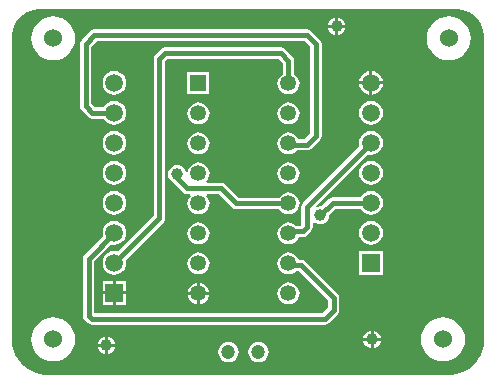
<source format=gbl>
G04*
G04 #@! TF.GenerationSoftware,Altium Limited,Altium Designer,20.1.8 (145)*
G04*
G04 Layer_Physical_Order=2*
G04 Layer_Color=16711680*
%FSLAX44Y44*%
%MOMM*%
G71*
G04*
G04 #@! TF.SameCoordinates,568C9F0A-B5E7-4BA1-9C17-04FCD828D7CB*
G04*
G04*
G04 #@! TF.FilePolarity,Positive*
G04*
G01*
G75*
%ADD20C,0.4572*%
%ADD22C,1.5240*%
%ADD23R,1.3500X1.3500*%
%ADD24C,1.3500*%
%ADD25C,1.5000*%
%ADD26R,1.5000X1.5000*%
%ADD27C,1.2000*%
%ADD28C,1.0000*%
G36*
X982292Y789039D02*
X986842Y787155D01*
X990937Y784419D01*
X994419Y780937D01*
X997155Y776842D01*
X999039Y772292D01*
X1000000Y767462D01*
X1000000Y765000D01*
X1000000Y765000D01*
X1000000Y765000D01*
X1000000Y510000D01*
X1000000Y508034D01*
X999487Y504135D01*
X998469Y500336D01*
X996964Y496703D01*
X994998Y493297D01*
X992604Y490177D01*
X989823Y487396D01*
X986703Y485002D01*
X983297Y483036D01*
X979664Y481531D01*
X975865Y480513D01*
X971966Y480000D01*
X970000Y480000D01*
X630000Y480000D01*
X628034D01*
X624135Y480513D01*
X620336Y481531D01*
X616703Y483036D01*
X613297Y485003D01*
X610177Y487397D01*
X607397Y490177D01*
X605003Y493297D01*
X603036Y496703D01*
X601531Y500336D01*
X600513Y504135D01*
X600000Y508034D01*
Y510000D01*
X600000Y765000D01*
Y767462D01*
X600961Y772292D01*
X602845Y776842D01*
X605581Y780937D01*
X609063Y784419D01*
X613158Y787155D01*
X617708Y789039D01*
X622538Y790000D01*
X625000Y790000D01*
X625000Y790000D01*
X975000Y790000D01*
X977462Y790000D01*
X982292Y789039D01*
D02*
G37*
%LPC*%
G36*
X876270Y782438D02*
Y776270D01*
X882438D01*
X882346Y776968D01*
X881586Y778802D01*
X880378Y780378D01*
X878802Y781586D01*
X876968Y782346D01*
X876270Y782438D01*
D02*
G37*
G36*
X873730D02*
X873032Y782346D01*
X871198Y781586D01*
X869622Y780378D01*
X868414Y778802D01*
X867654Y776968D01*
X867562Y776270D01*
X873730D01*
Y782438D01*
D02*
G37*
G36*
X882438Y773730D02*
X876270D01*
Y767562D01*
X876968Y767654D01*
X878802Y768414D01*
X880378Y769622D01*
X881586Y771198D01*
X882346Y773032D01*
X882438Y773730D01*
D02*
G37*
G36*
X873730D02*
X867562D01*
X867654Y773032D01*
X868414Y771198D01*
X869622Y769622D01*
X871198Y768414D01*
X873032Y767654D01*
X873730Y767562D01*
Y773730D01*
D02*
G37*
G36*
X970000Y783630D02*
X966366Y783272D01*
X962871Y782212D01*
X959650Y780490D01*
X956827Y778173D01*
X954510Y775350D01*
X952788Y772129D01*
X951728Y768634D01*
X951370Y765000D01*
X951728Y761366D01*
X952788Y757871D01*
X954510Y754650D01*
X956827Y751827D01*
X959650Y749510D01*
X962871Y747788D01*
X966366Y746728D01*
X970000Y746370D01*
X973634Y746728D01*
X977129Y747788D01*
X980350Y749510D01*
X983173Y751827D01*
X985490Y754650D01*
X987212Y757871D01*
X988272Y761366D01*
X988630Y765000D01*
X988272Y768634D01*
X987212Y772129D01*
X985490Y775350D01*
X983173Y778173D01*
X980350Y780490D01*
X977129Y782212D01*
X973634Y783272D01*
X970000Y783630D01*
D02*
G37*
G36*
X635000D02*
X631366Y783272D01*
X627871Y782212D01*
X624650Y780490D01*
X621827Y778173D01*
X619510Y775350D01*
X617788Y772129D01*
X616728Y768634D01*
X616370Y765000D01*
X616728Y761366D01*
X617788Y757871D01*
X619510Y754650D01*
X621827Y751827D01*
X624650Y749510D01*
X627871Y747788D01*
X631366Y746728D01*
X635000Y746370D01*
X638634Y746728D01*
X642129Y747788D01*
X645350Y749510D01*
X648173Y751827D01*
X650490Y754650D01*
X652212Y757871D01*
X653272Y761366D01*
X653630Y765000D01*
X653272Y768634D01*
X652212Y772129D01*
X650490Y775350D01*
X648173Y778173D01*
X645350Y780490D01*
X642129Y782212D01*
X638634Y783272D01*
X635000Y783630D01*
D02*
G37*
G36*
X905350Y737134D02*
Y728445D01*
X914039D01*
X913862Y729796D01*
X912850Y732238D01*
X911241Y734336D01*
X909143Y735945D01*
X906701Y736957D01*
X905350Y737134D01*
D02*
G37*
G36*
X902810D02*
X901459Y736957D01*
X899017Y735945D01*
X896919Y734336D01*
X895310Y732238D01*
X894298Y729796D01*
X894121Y728445D01*
X902810D01*
Y737134D01*
D02*
G37*
G36*
X767320Y736050D02*
X748740D01*
Y717470D01*
X767320D01*
Y736050D01*
D02*
G37*
G36*
X827500Y757421D02*
X730000D01*
X728117Y757046D01*
X726521Y755979D01*
X721521Y750979D01*
X720454Y749383D01*
X720079Y747500D01*
Y614903D01*
X689674Y584497D01*
X689531Y584557D01*
X686910Y584902D01*
X684289Y584557D01*
X681847Y583545D01*
X679749Y581936D01*
X678140Y579838D01*
X677128Y577396D01*
X676783Y574775D01*
X677128Y572154D01*
X678140Y569712D01*
X679749Y567614D01*
X681847Y566005D01*
X684289Y564994D01*
X686910Y564648D01*
X689531Y564994D01*
X691973Y566005D01*
X694071Y567614D01*
X695680Y569712D01*
X696692Y572154D01*
X697037Y574775D01*
X696692Y577396D01*
X696632Y577539D01*
X728479Y609386D01*
X729546Y610982D01*
X729921Y612865D01*
Y745462D01*
X732038Y747579D01*
X825462D01*
X829309Y743732D01*
Y734694D01*
X827604Y733386D01*
X826115Y731445D01*
X825179Y729185D01*
X824860Y726760D01*
X825179Y724335D01*
X826115Y722075D01*
X827604Y720134D01*
X829545Y718645D01*
X831805Y717709D01*
X834230Y717390D01*
X836655Y717709D01*
X838915Y718645D01*
X840856Y720134D01*
X842345Y722075D01*
X843281Y724335D01*
X843600Y726760D01*
X843281Y729185D01*
X842345Y731445D01*
X840856Y733386D01*
X839150Y734694D01*
Y745770D01*
X838776Y747653D01*
X837709Y749249D01*
X830979Y755979D01*
X829383Y757046D01*
X827500Y757421D01*
D02*
G37*
G36*
X914039Y725905D02*
X905350D01*
Y717216D01*
X906701Y717393D01*
X909143Y718405D01*
X911241Y720014D01*
X912850Y722112D01*
X913862Y724554D01*
X914039Y725905D01*
D02*
G37*
G36*
X902810D02*
X894121D01*
X894298Y724554D01*
X895310Y722112D01*
X896919Y720014D01*
X899017Y718405D01*
X901459Y717393D01*
X902810Y717216D01*
Y725905D01*
D02*
G37*
G36*
X686910Y737302D02*
X684289Y736957D01*
X681847Y735945D01*
X679749Y734336D01*
X678140Y732238D01*
X677128Y729796D01*
X676783Y727175D01*
X677128Y724554D01*
X678140Y722112D01*
X679749Y720014D01*
X681847Y718405D01*
X684289Y717393D01*
X686910Y717048D01*
X689531Y717393D01*
X691973Y718405D01*
X694071Y720014D01*
X695680Y722112D01*
X696692Y724554D01*
X697037Y727175D01*
X696692Y729796D01*
X695680Y732238D01*
X694071Y734336D01*
X691973Y735945D01*
X689531Y736957D01*
X686910Y737302D01*
D02*
G37*
G36*
X834230Y710730D02*
X831805Y710411D01*
X829545Y709475D01*
X827604Y707986D01*
X826115Y706045D01*
X825179Y703785D01*
X824860Y701360D01*
X825179Y698935D01*
X826115Y696675D01*
X827604Y694734D01*
X829545Y693245D01*
X831805Y692309D01*
X834230Y691990D01*
X836655Y692309D01*
X838915Y693245D01*
X840856Y694734D01*
X842345Y696675D01*
X843281Y698935D01*
X843600Y701360D01*
X843281Y703785D01*
X842345Y706045D01*
X840856Y707986D01*
X838915Y709475D01*
X836655Y710411D01*
X834230Y710730D01*
D02*
G37*
G36*
X758030D02*
X755605Y710411D01*
X753345Y709475D01*
X751404Y707986D01*
X749915Y706045D01*
X748979Y703785D01*
X748660Y701360D01*
X748979Y698935D01*
X749915Y696675D01*
X751404Y694734D01*
X753345Y693245D01*
X755605Y692309D01*
X758030Y691990D01*
X760455Y692309D01*
X762715Y693245D01*
X764656Y694734D01*
X766145Y696675D01*
X767081Y698935D01*
X767400Y701360D01*
X767081Y703785D01*
X766145Y706045D01*
X764656Y707986D01*
X762715Y709475D01*
X760455Y710411D01*
X758030Y710730D01*
D02*
G37*
G36*
X904080Y711902D02*
X901459Y711557D01*
X899017Y710545D01*
X896919Y708936D01*
X895310Y706838D01*
X894298Y704396D01*
X893953Y701775D01*
X894298Y699154D01*
X895310Y696712D01*
X896919Y694614D01*
X899017Y693005D01*
X901459Y691993D01*
X904080Y691648D01*
X906701Y691993D01*
X909143Y693005D01*
X911241Y694614D01*
X912850Y696712D01*
X913862Y699154D01*
X914207Y701775D01*
X913862Y704396D01*
X912850Y706838D01*
X911241Y708936D01*
X909143Y710545D01*
X906701Y711557D01*
X904080Y711902D01*
D02*
G37*
G36*
X850000Y772421D02*
X670000D01*
X668117Y772046D01*
X666521Y770979D01*
X659021Y763479D01*
X657954Y761883D01*
X657579Y760000D01*
Y707500D01*
X657954Y705617D01*
X659021Y704021D01*
X664746Y698296D01*
X666342Y697229D01*
X668225Y696854D01*
X678081D01*
X678140Y696712D01*
X679749Y694614D01*
X681847Y693005D01*
X684289Y691993D01*
X686910Y691648D01*
X689531Y691993D01*
X691973Y693005D01*
X694071Y694614D01*
X695680Y696712D01*
X696692Y699154D01*
X697037Y701775D01*
X696692Y704396D01*
X695680Y706838D01*
X694071Y708936D01*
X691973Y710545D01*
X689531Y711557D01*
X686910Y711902D01*
X684289Y711557D01*
X681847Y710545D01*
X679749Y708936D01*
X678140Y706838D01*
X678081Y706696D01*
X670263D01*
X667421Y709538D01*
Y757962D01*
X672038Y762579D01*
X847962D01*
X852579Y757962D01*
Y684538D01*
X847962Y679921D01*
X842645D01*
X842345Y680645D01*
X840856Y682586D01*
X838915Y684075D01*
X836655Y685011D01*
X834230Y685330D01*
X831805Y685011D01*
X829545Y684075D01*
X827604Y682586D01*
X826115Y680645D01*
X825179Y678385D01*
X824860Y675960D01*
X825179Y673535D01*
X826115Y671275D01*
X827604Y669334D01*
X829545Y667845D01*
X831805Y666909D01*
X834230Y666590D01*
X836655Y666909D01*
X838915Y667845D01*
X840856Y669334D01*
X841428Y670079D01*
X850000D01*
X851883Y670454D01*
X853479Y671521D01*
X860979Y679021D01*
X862046Y680617D01*
X862421Y682500D01*
Y760000D01*
X862046Y761883D01*
X860979Y763479D01*
X853479Y770979D01*
X851883Y772046D01*
X850000Y772421D01*
D02*
G37*
G36*
X758030Y685330D02*
X755605Y685011D01*
X753345Y684075D01*
X751404Y682586D01*
X749915Y680645D01*
X748979Y678385D01*
X748660Y675960D01*
X748979Y673535D01*
X749915Y671275D01*
X751404Y669334D01*
X753345Y667845D01*
X755605Y666909D01*
X758030Y666590D01*
X760455Y666909D01*
X762715Y667845D01*
X764656Y669334D01*
X766145Y671275D01*
X767081Y673535D01*
X767400Y675960D01*
X767081Y678385D01*
X766145Y680645D01*
X764656Y682586D01*
X762715Y684075D01*
X760455Y685011D01*
X758030Y685330D01*
D02*
G37*
G36*
X904080Y686502D02*
X901459Y686157D01*
X899017Y685145D01*
X896919Y683536D01*
X895310Y681438D01*
X894298Y678996D01*
X893953Y676375D01*
X894298Y673754D01*
X894358Y673611D01*
X846521Y625774D01*
X845454Y624178D01*
X845079Y622295D01*
Y607038D01*
X844430Y606389D01*
X840852D01*
X838915Y607875D01*
X836655Y608811D01*
X834230Y609130D01*
X831805Y608811D01*
X829545Y607875D01*
X827604Y606386D01*
X826115Y604445D01*
X825179Y602185D01*
X824860Y599760D01*
X825179Y597335D01*
X826115Y595075D01*
X827604Y593134D01*
X829545Y591645D01*
X831805Y590709D01*
X834230Y590390D01*
X836655Y590709D01*
X838915Y591645D01*
X840856Y593134D01*
X842345Y595075D01*
X842955Y596548D01*
X846468D01*
X848351Y596922D01*
X849948Y597989D01*
X853479Y601521D01*
X854546Y603117D01*
X854921Y605000D01*
Y608796D01*
X856190Y609322D01*
X857374Y608414D01*
X859208Y607654D01*
X861176Y607395D01*
X863144Y607654D01*
X864978Y608414D01*
X866554Y609622D01*
X867762Y611198D01*
X868522Y613032D01*
X868781Y615000D01*
X868706Y615571D01*
X873789Y620654D01*
X895251D01*
X895310Y620512D01*
X896919Y618414D01*
X899017Y616805D01*
X901459Y615793D01*
X904080Y615448D01*
X906701Y615793D01*
X909143Y616805D01*
X911241Y618414D01*
X912850Y620512D01*
X913862Y622954D01*
X914207Y625575D01*
X913862Y628196D01*
X912850Y630638D01*
X911241Y632736D01*
X909143Y634345D01*
X906701Y635357D01*
X904080Y635702D01*
X901459Y635357D01*
X899017Y634345D01*
X896919Y632736D01*
X895310Y630638D01*
X895251Y630496D01*
X871751D01*
X869868Y630121D01*
X868272Y629054D01*
X861747Y622530D01*
X861176Y622605D01*
X859208Y622346D01*
X858521Y622062D01*
X857802Y623138D01*
X901316Y666653D01*
X901459Y666593D01*
X904080Y666248D01*
X906701Y666593D01*
X909143Y667605D01*
X911241Y669214D01*
X912850Y671312D01*
X913862Y673754D01*
X914207Y676375D01*
X913862Y678996D01*
X912850Y681438D01*
X911241Y683536D01*
X909143Y685145D01*
X906701Y686157D01*
X904080Y686502D01*
D02*
G37*
G36*
X686910D02*
X684289Y686157D01*
X681847Y685145D01*
X679749Y683536D01*
X678140Y681438D01*
X677128Y678996D01*
X676783Y676375D01*
X677128Y673754D01*
X678140Y671312D01*
X679749Y669214D01*
X681847Y667605D01*
X684289Y666593D01*
X686910Y666248D01*
X689531Y666593D01*
X691973Y667605D01*
X694071Y669214D01*
X695680Y671312D01*
X696692Y673754D01*
X697037Y676375D01*
X696692Y678996D01*
X695680Y681438D01*
X694071Y683536D01*
X691973Y685145D01*
X689531Y686157D01*
X686910Y686502D01*
D02*
G37*
G36*
X758030Y659930D02*
X755605Y659611D01*
X753345Y658675D01*
X751404Y657186D01*
X749915Y655245D01*
X748979Y652985D01*
X748736Y651139D01*
X747455D01*
X747346Y651968D01*
X746586Y653802D01*
X745378Y655378D01*
X743802Y656586D01*
X741968Y657346D01*
X740000Y657605D01*
X738032Y657346D01*
X736198Y656586D01*
X734622Y655378D01*
X733414Y653802D01*
X732654Y651968D01*
X732395Y650000D01*
X732654Y648032D01*
X733414Y646198D01*
X734622Y644622D01*
X736198Y643414D01*
X736272Y643383D01*
X736521Y643011D01*
X745151Y634381D01*
X746747Y633314D01*
X748630Y632939D01*
X751013D01*
X751121Y632620D01*
X751315Y631670D01*
X749915Y629845D01*
X748979Y627585D01*
X748660Y625160D01*
X748979Y622735D01*
X749915Y620475D01*
X751404Y618534D01*
X753345Y617045D01*
X755605Y616109D01*
X758030Y615790D01*
X760455Y616109D01*
X762715Y617045D01*
X764656Y618534D01*
X766145Y620475D01*
X767081Y622735D01*
X767400Y625160D01*
X767081Y627585D01*
X766145Y629845D01*
X764745Y631670D01*
X764939Y632620D01*
X765047Y632939D01*
X775102D01*
X786361Y621681D01*
X787957Y620614D01*
X789840Y620239D01*
X826296D01*
X827604Y618534D01*
X829545Y617045D01*
X831805Y616109D01*
X834230Y615790D01*
X836655Y616109D01*
X838915Y617045D01*
X840856Y618534D01*
X842345Y620475D01*
X843281Y622735D01*
X843600Y625160D01*
X843281Y627585D01*
X842345Y629845D01*
X840856Y631786D01*
X838915Y633275D01*
X836655Y634211D01*
X834230Y634530D01*
X831805Y634211D01*
X829545Y633275D01*
X827604Y631786D01*
X826296Y630081D01*
X791878D01*
X780619Y641339D01*
X779023Y642406D01*
X777140Y642781D01*
X765047D01*
X764939Y643101D01*
X764745Y644051D01*
X766145Y645875D01*
X767081Y648135D01*
X767400Y650560D01*
X767081Y652985D01*
X766145Y655245D01*
X764656Y657186D01*
X762715Y658675D01*
X760455Y659611D01*
X758030Y659930D01*
D02*
G37*
G36*
X834230D02*
X831805Y659611D01*
X829545Y658675D01*
X827604Y657186D01*
X826115Y655245D01*
X825179Y652985D01*
X824860Y650560D01*
X825179Y648135D01*
X826115Y645875D01*
X827604Y643934D01*
X829545Y642445D01*
X831805Y641509D01*
X834230Y641190D01*
X836655Y641509D01*
X838915Y642445D01*
X840856Y643934D01*
X842345Y645875D01*
X843281Y648135D01*
X843600Y650560D01*
X843281Y652985D01*
X842345Y655245D01*
X840856Y657186D01*
X838915Y658675D01*
X836655Y659611D01*
X834230Y659930D01*
D02*
G37*
G36*
X904080Y661102D02*
X901459Y660757D01*
X899017Y659745D01*
X896919Y658136D01*
X895310Y656038D01*
X894298Y653596D01*
X893953Y650975D01*
X894298Y648354D01*
X895310Y645912D01*
X896919Y643814D01*
X899017Y642205D01*
X901459Y641193D01*
X904080Y640848D01*
X906701Y641193D01*
X909143Y642205D01*
X911241Y643814D01*
X912850Y645912D01*
X913862Y648354D01*
X914207Y650975D01*
X913862Y653596D01*
X912850Y656038D01*
X911241Y658136D01*
X909143Y659745D01*
X906701Y660757D01*
X904080Y661102D01*
D02*
G37*
G36*
X686910D02*
X684289Y660757D01*
X681847Y659745D01*
X679749Y658136D01*
X678140Y656038D01*
X677128Y653596D01*
X676783Y650975D01*
X677128Y648354D01*
X678140Y645912D01*
X679749Y643814D01*
X681847Y642205D01*
X684289Y641193D01*
X686910Y640848D01*
X689531Y641193D01*
X691973Y642205D01*
X694071Y643814D01*
X695680Y645912D01*
X696692Y648354D01*
X697037Y650975D01*
X696692Y653596D01*
X695680Y656038D01*
X694071Y658136D01*
X691973Y659745D01*
X689531Y660757D01*
X686910Y661102D01*
D02*
G37*
G36*
Y635702D02*
X684289Y635357D01*
X681847Y634345D01*
X679749Y632736D01*
X678140Y630638D01*
X677128Y628196D01*
X676783Y625575D01*
X677128Y622954D01*
X678140Y620512D01*
X679749Y618414D01*
X681847Y616805D01*
X684289Y615793D01*
X686910Y615448D01*
X689531Y615793D01*
X691973Y616805D01*
X694071Y618414D01*
X695680Y620512D01*
X696692Y622954D01*
X697037Y625575D01*
X696692Y628196D01*
X695680Y630638D01*
X694071Y632736D01*
X691973Y634345D01*
X689531Y635357D01*
X686910Y635702D01*
D02*
G37*
G36*
X758030Y609130D02*
X755605Y608811D01*
X753345Y607875D01*
X751404Y606386D01*
X749915Y604445D01*
X748979Y602185D01*
X748660Y599760D01*
X748979Y597335D01*
X749915Y595075D01*
X751404Y593134D01*
X753345Y591645D01*
X755605Y590709D01*
X758030Y590390D01*
X760455Y590709D01*
X762715Y591645D01*
X764656Y593134D01*
X766145Y595075D01*
X767081Y597335D01*
X767400Y599760D01*
X767081Y602185D01*
X766145Y604445D01*
X764656Y606386D01*
X762715Y607875D01*
X760455Y608811D01*
X758030Y609130D01*
D02*
G37*
G36*
X904080Y610302D02*
X901459Y609957D01*
X899017Y608945D01*
X896919Y607336D01*
X895310Y605238D01*
X894298Y602796D01*
X893953Y600175D01*
X894298Y597554D01*
X895310Y595112D01*
X896919Y593014D01*
X899017Y591405D01*
X901459Y590393D01*
X904080Y590048D01*
X906701Y590393D01*
X909143Y591405D01*
X911241Y593014D01*
X912850Y595112D01*
X913862Y597554D01*
X914207Y600175D01*
X913862Y602796D01*
X912850Y605238D01*
X911241Y607336D01*
X909143Y608945D01*
X906701Y609957D01*
X904080Y610302D01*
D02*
G37*
G36*
X686910D02*
X684289Y609957D01*
X681847Y608945D01*
X679749Y607336D01*
X678140Y605238D01*
X677128Y602796D01*
X676783Y600175D01*
X677128Y597554D01*
X677188Y597411D01*
X661521Y581744D01*
X660454Y580148D01*
X660079Y578265D01*
Y530178D01*
X660454Y528295D01*
X661521Y526699D01*
X664199Y524021D01*
X665795Y522954D01*
X667678Y522579D01*
X865000D01*
X866883Y522954D01*
X868479Y524021D01*
X875979Y531521D01*
X877046Y533117D01*
X877421Y535000D01*
Y545000D01*
X877046Y546883D01*
X875979Y548479D01*
X848328Y576131D01*
X846731Y577198D01*
X844848Y577572D01*
X842955D01*
X842345Y579045D01*
X840856Y580986D01*
X838915Y582475D01*
X836655Y583411D01*
X834230Y583730D01*
X831805Y583411D01*
X829545Y582475D01*
X827604Y580986D01*
X826115Y579045D01*
X825179Y576785D01*
X824860Y574360D01*
X825179Y571935D01*
X826115Y569675D01*
X827604Y567734D01*
X829545Y566245D01*
X831805Y565309D01*
X834230Y564990D01*
X836655Y565309D01*
X838915Y566245D01*
X840852Y567731D01*
X842810D01*
X867579Y542962D01*
Y537038D01*
X862962Y532421D01*
X669921D01*
Y576227D01*
X684146Y590453D01*
X684289Y590393D01*
X686910Y590048D01*
X689531Y590393D01*
X691973Y591405D01*
X694071Y593014D01*
X695680Y595112D01*
X696692Y597554D01*
X697037Y600175D01*
X696692Y602796D01*
X695680Y605238D01*
X694071Y607336D01*
X691973Y608945D01*
X689531Y609957D01*
X686910Y610302D01*
D02*
G37*
G36*
X758030Y583730D02*
X755605Y583411D01*
X753345Y582475D01*
X751404Y580986D01*
X749915Y579045D01*
X748979Y576785D01*
X748660Y574360D01*
X748979Y571935D01*
X749915Y569675D01*
X751404Y567734D01*
X753345Y566245D01*
X755605Y565309D01*
X758030Y564990D01*
X760455Y565309D01*
X762715Y566245D01*
X764656Y567734D01*
X766145Y569675D01*
X767081Y571935D01*
X767400Y574360D01*
X767081Y576785D01*
X766145Y579045D01*
X764656Y580986D01*
X762715Y582475D01*
X760455Y583411D01*
X758030Y583730D01*
D02*
G37*
G36*
X914120Y584815D02*
X894040D01*
Y564735D01*
X914120D01*
Y584815D01*
D02*
G37*
G36*
X696950Y559415D02*
X688180D01*
Y550645D01*
X696950D01*
Y559415D01*
D02*
G37*
G36*
X685640D02*
X676870D01*
Y550645D01*
X685640D01*
Y559415D01*
D02*
G37*
G36*
X759300Y558163D02*
Y550230D01*
X767233D01*
X767081Y551385D01*
X766145Y553645D01*
X764656Y555586D01*
X762715Y557075D01*
X760455Y558011D01*
X759300Y558163D01*
D02*
G37*
G36*
X756760D02*
X755605Y558011D01*
X753345Y557075D01*
X751404Y555586D01*
X749915Y553645D01*
X748979Y551385D01*
X748827Y550230D01*
X756760D01*
Y558163D01*
D02*
G37*
G36*
X767233Y547690D02*
X759300D01*
Y539757D01*
X760455Y539909D01*
X762715Y540845D01*
X764656Y542334D01*
X766145Y544275D01*
X767081Y546535D01*
X767233Y547690D01*
D02*
G37*
G36*
X756760D02*
X748827D01*
X748979Y546535D01*
X749915Y544275D01*
X751404Y542334D01*
X753345Y540845D01*
X755605Y539909D01*
X756760Y539757D01*
Y547690D01*
D02*
G37*
G36*
X834230Y558330D02*
X831805Y558011D01*
X829545Y557075D01*
X827604Y555586D01*
X826115Y553645D01*
X825179Y551385D01*
X824860Y548960D01*
X825179Y546535D01*
X826115Y544275D01*
X827604Y542334D01*
X829545Y540845D01*
X831805Y539909D01*
X834230Y539590D01*
X836655Y539909D01*
X838915Y540845D01*
X840856Y542334D01*
X842345Y544275D01*
X843281Y546535D01*
X843600Y548960D01*
X843281Y551385D01*
X842345Y553645D01*
X840856Y555586D01*
X838915Y557075D01*
X836655Y558011D01*
X834230Y558330D01*
D02*
G37*
G36*
X696950Y548105D02*
X688180D01*
Y539335D01*
X696950D01*
Y548105D01*
D02*
G37*
G36*
X685640D02*
X676870D01*
Y539335D01*
X685640D01*
Y548105D01*
D02*
G37*
G36*
X906270Y517438D02*
Y511270D01*
X912438D01*
X912346Y511968D01*
X911586Y513802D01*
X910378Y515378D01*
X908802Y516586D01*
X906968Y517346D01*
X906270Y517438D01*
D02*
G37*
G36*
X903730D02*
X903032Y517346D01*
X901198Y516586D01*
X899622Y515378D01*
X898414Y513802D01*
X897654Y511968D01*
X897562Y511270D01*
X903730D01*
Y517438D01*
D02*
G37*
G36*
X681270Y512438D02*
Y506270D01*
X687438D01*
X687346Y506968D01*
X686586Y508802D01*
X685378Y510378D01*
X683802Y511586D01*
X681968Y512346D01*
X681270Y512438D01*
D02*
G37*
G36*
X678730D02*
X678032Y512346D01*
X676198Y511586D01*
X674622Y510378D01*
X673414Y508802D01*
X672654Y506968D01*
X672562Y506270D01*
X678730D01*
Y512438D01*
D02*
G37*
G36*
X912438Y508730D02*
X906270D01*
Y502562D01*
X906968Y502654D01*
X908802Y503414D01*
X910378Y504622D01*
X911586Y506198D01*
X912346Y508032D01*
X912438Y508730D01*
D02*
G37*
G36*
X903730D02*
X897562D01*
X897654Y508032D01*
X898414Y506198D01*
X899622Y504622D01*
X901198Y503414D01*
X903032Y502654D01*
X903730Y502562D01*
Y508730D01*
D02*
G37*
G36*
X687438Y503730D02*
X681270D01*
Y497562D01*
X681968Y497654D01*
X683802Y498414D01*
X685378Y499622D01*
X686586Y501198D01*
X687346Y503032D01*
X687438Y503730D01*
D02*
G37*
G36*
X678730D02*
X672562D01*
X672654Y503032D01*
X673414Y501198D01*
X674622Y499622D01*
X676198Y498414D01*
X678032Y497654D01*
X678730Y497562D01*
Y503730D01*
D02*
G37*
G36*
X965000Y528630D02*
X961366Y528272D01*
X957871Y527212D01*
X954650Y525490D01*
X951827Y523173D01*
X949510Y520350D01*
X947788Y517129D01*
X946728Y513634D01*
X946370Y510000D01*
X946728Y506366D01*
X947788Y502871D01*
X949510Y499650D01*
X951827Y496827D01*
X954650Y494510D01*
X957871Y492788D01*
X961366Y491728D01*
X965000Y491370D01*
X968634Y491728D01*
X972129Y492788D01*
X975350Y494510D01*
X978173Y496827D01*
X980490Y499650D01*
X982212Y502871D01*
X983272Y506366D01*
X983630Y510000D01*
X983272Y513634D01*
X982212Y517129D01*
X980490Y520350D01*
X978173Y523173D01*
X975350Y525490D01*
X972129Y527212D01*
X968634Y528272D01*
X965000Y528630D01*
D02*
G37*
G36*
X635000D02*
X631366Y528272D01*
X627871Y527212D01*
X624650Y525490D01*
X621827Y523173D01*
X619510Y520350D01*
X617788Y517129D01*
X616728Y513634D01*
X616370Y510000D01*
X616728Y506366D01*
X617788Y502871D01*
X619510Y499650D01*
X621827Y496827D01*
X624650Y494510D01*
X627871Y492788D01*
X631366Y491728D01*
X635000Y491370D01*
X638634Y491728D01*
X642129Y492788D01*
X645350Y494510D01*
X648173Y496827D01*
X650490Y499650D01*
X652212Y502871D01*
X653272Y506366D01*
X653630Y510000D01*
X653272Y513634D01*
X652212Y517129D01*
X650490Y520350D01*
X648173Y523173D01*
X645350Y525490D01*
X642129Y527212D01*
X638634Y528272D01*
X635000Y528630D01*
D02*
G37*
G36*
X808830Y507884D02*
X806601Y507590D01*
X804523Y506730D01*
X802739Y505361D01*
X801370Y503577D01*
X800510Y501499D01*
X800216Y499270D01*
X800510Y497041D01*
X801370Y494963D01*
X802739Y493179D01*
X804523Y491810D01*
X806601Y490950D01*
X808830Y490656D01*
X811059Y490950D01*
X813137Y491810D01*
X814921Y493179D01*
X816290Y494963D01*
X817150Y497041D01*
X817444Y499270D01*
X817150Y501499D01*
X816290Y503577D01*
X814921Y505361D01*
X813137Y506730D01*
X811059Y507590D01*
X808830Y507884D01*
D02*
G37*
G36*
X783430D02*
X781201Y507590D01*
X779123Y506730D01*
X777339Y505361D01*
X775970Y503577D01*
X775110Y501499D01*
X774816Y499270D01*
X775110Y497041D01*
X775970Y494963D01*
X777339Y493179D01*
X779123Y491810D01*
X781201Y490950D01*
X783430Y490656D01*
X785659Y490950D01*
X787737Y491810D01*
X789521Y493179D01*
X790890Y494963D01*
X791750Y497041D01*
X792044Y499270D01*
X791750Y501499D01*
X790890Y503577D01*
X789521Y505361D01*
X787737Y506730D01*
X785659Y507590D01*
X783430Y507884D01*
D02*
G37*
%LPD*%
D20*
X846468Y601468D02*
X850000Y605000D01*
X834230Y599760D02*
X835938Y601468D01*
X850000Y605000D02*
Y622295D01*
X835938Y601468D02*
X846468D01*
X850000Y622295D02*
X904080Y676375D01*
X871751Y625575D02*
X904080D01*
X861176Y615000D02*
X871751Y625575D01*
X725000Y612865D02*
Y747500D01*
X686910Y574775D02*
X725000Y612865D01*
Y747500D02*
X730000Y752500D01*
X740000Y646490D02*
X748630Y637860D01*
X740000Y646490D02*
Y650000D01*
X777140Y637860D02*
X789840Y625160D01*
X748630Y637860D02*
X777140D01*
X789840Y625160D02*
X834230D01*
Y675960D02*
X835190Y675000D01*
X850000D01*
X857500Y682500D01*
Y760000D01*
X850000Y767500D02*
X857500Y760000D01*
X662500Y760000D02*
X670000Y767500D01*
X850000D01*
X662500Y707500D02*
Y760000D01*
X668225Y701775D02*
X686910D01*
X662500Y707500D02*
X668225Y701775D01*
X730000Y752500D02*
X827500D01*
X834230Y574360D02*
X835938Y572652D01*
X844848D01*
X872500Y545000D01*
Y535000D02*
Y545000D01*
X865000Y527500D02*
X872500Y535000D01*
X667678Y527500D02*
X865000D01*
X665000Y530178D02*
Y578265D01*
Y530178D02*
X667678Y527500D01*
X665000Y578265D02*
X686910Y600175D01*
X834230Y726760D02*
Y745770D01*
X827500Y752500D02*
X834230Y745770D01*
D22*
X965000Y510000D02*
D03*
X970000Y765000D02*
D03*
X635000Y510000D02*
D03*
Y765000D02*
D03*
D23*
X758030Y726760D02*
D03*
D24*
Y701360D02*
D03*
Y675960D02*
D03*
Y650560D02*
D03*
Y625160D02*
D03*
Y599760D02*
D03*
Y574360D02*
D03*
Y548960D02*
D03*
X834230D02*
D03*
Y574360D02*
D03*
Y599760D02*
D03*
Y625160D02*
D03*
Y650560D02*
D03*
Y675960D02*
D03*
Y701360D02*
D03*
Y726760D02*
D03*
D25*
X904080Y625575D02*
D03*
Y600175D02*
D03*
Y650975D02*
D03*
Y676375D02*
D03*
Y701775D02*
D03*
Y727175D02*
D03*
X686910D02*
D03*
Y701775D02*
D03*
Y676375D02*
D03*
Y650975D02*
D03*
Y625575D02*
D03*
Y600175D02*
D03*
Y574775D02*
D03*
D26*
X904080D02*
D03*
X686910Y549375D02*
D03*
D27*
X808830Y499270D02*
D03*
X783430D02*
D03*
D28*
X680000Y505000D02*
D03*
X905000Y510000D02*
D03*
X875000Y775000D02*
D03*
X861176Y615000D02*
D03*
X740000Y650000D02*
D03*
M02*

</source>
